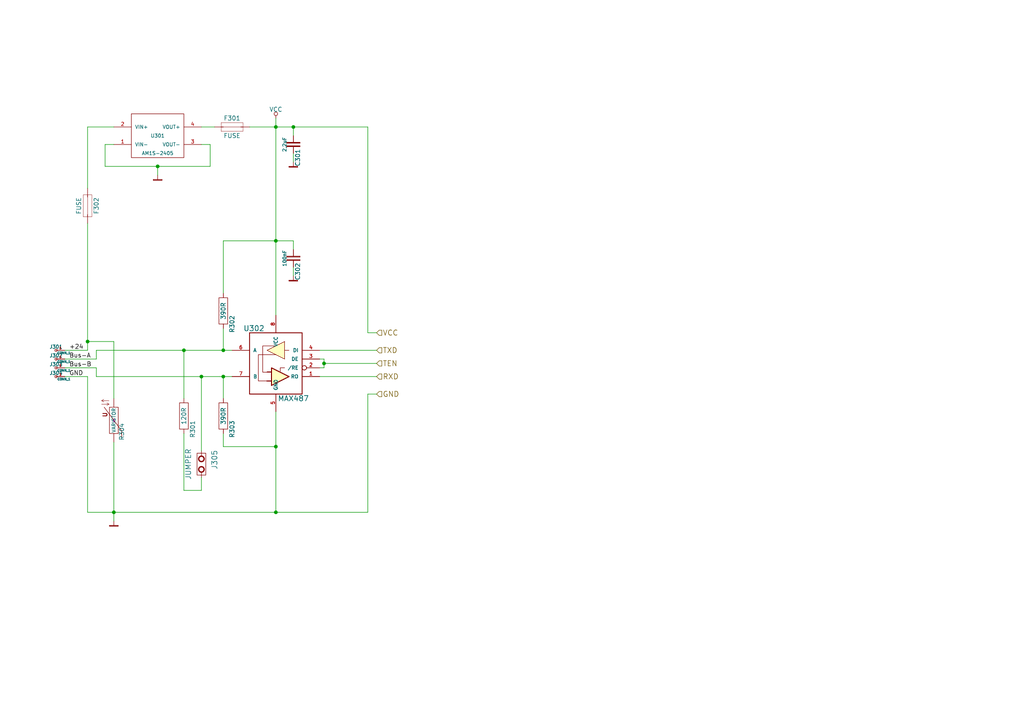
<source format=kicad_sch>
(kicad_sch (version 20211123) (generator eeschema)
  (paper "A4")
  (title_block (date "5 may 2013"))
  (lib_symbols
    (symbol "buscom-rescue:AM1S-2405" (pin_names (offset 1.016))
      (property "Reference" "U" (at 0 0 0))
      (property "Value" "AM1S-2405" (at 0 -5.08 0))
      (symbol "AM1S-2405_1_0"
        (rectangle (start -7.62 -6.35) (end 7.62 6.35))
      )
      (symbol "AM1S-2405_1_1"
        (pin passive line (at -12.7 -2.54 0) (length 5.08) (name "VIN-") (number "1"))
        (pin power_in line (at -12.7 2.54 0) (length 5.08) (name "VIN+") (number "2"))
        (pin passive line (at 12.7 -2.54 180) (length 5.08) (name "VOUT-") (number "3"))
        (pin power_out line (at 12.7 2.54 180) (length 5.08) (name "VOUT+") (number "4"))
      )
    )
    (symbol "buscom-rescue:C" (pin_numbers hide) (pin_names (offset 1.016) hide)
      (property "Reference" "C" (at 1.27 1.27 0))
      (property "Value" "C" (at 0 -2.54 0))
      (symbol "C_0_1"
        (polyline (pts (xy -0.508 -1.905) (xy -0.508 1.905) (xy -0.508 1.905)))
        (polyline (pts (xy -0.381 -1.905) (xy -0.635 -1.905) (xy -0.635 -1.905)))
        (polyline (pts (xy -0.381 1.905) (xy -0.635 1.905) (xy -0.635 1.905)))
        (polyline (pts (xy -0.381 1.905) (xy -0.381 -1.905) (xy -0.381 -1.905)))
        (polyline (pts (xy 0.381 1.905) (xy 0.381 -1.905) (xy 0.381 -1.905)))
        (polyline (pts (xy 0.508 -1.905) (xy 0.508 1.905) (xy 0.508 1.905)))
        (polyline (pts (xy 0.635 -1.905) (xy 0.381 -1.905) (xy 0.381 -1.905)))
        (polyline (pts (xy 0.635 -1.905) (xy 0.635 1.905) (xy 0.635 1.905)))
        (polyline (pts (xy 0.635 1.905) (xy 0.381 1.905) (xy 0.381 1.905)))
        (polyline (pts (xy -0.635 1.905) (xy -0.635 -1.905) (xy -0.635 -1.905) (xy -0.635 -1.905)))
      )
      (symbol "C_1_1"
        (pin input line (at -2.54 0 0) (length 1.905) (name "1") (number "1"))
        (pin input line (at 2.54 0 180) (length 1.905) (name "2") (number "2"))
      )
    )
    (symbol "buscom-rescue:CONN_1" (pin_names (offset 1.016))
      (property "Reference" "J" (at 0 1.905 0))
      (property "Value" "CONN_1" (at 0 -1.905 0))
      (symbol "CONN_1_0_1"
        (circle (center 0 0) (radius 0.3556))
      )
      (symbol "CONN_1_1_1"
        (pin passive line (at -2.54 0 0) (length 2.54) (name "~") (number "1"))
      )
    )
    (symbol "buscom-rescue:FUSE" (pin_numbers hide) (pin_names (offset 1.016) hide)
      (property "Reference" "F" (at 0 2.54 0))
      (property "Value" "FUSE" (at 0 -2.54 0))
      (symbol "FUSE_0_1"
        (rectangle (start -3.175 1.27) (end 3.175 -1.27) (stroke (width 0.0508)))
        (polyline (pts (xy -3.175 0) (xy 3.175 0) (xy 3.175 0)) (stroke (width 0.1016)))
      )
      (symbol "FUSE_1_1"
        (pin input line (at -5.08 0 0) (length 2.54) (name "1") (number "1"))
        (pin input line (at 5.08 0 180) (length 2.54) (name "2") (number "2"))
      )
    )
    (symbol "buscom-rescue:GND" (power) (pin_names (offset 0.254))
      (symbol "GND_0_1"
        (polyline (pts (xy 0 0) (xy 0 -1.27) (xy 0 -1.27)))
        (polyline (pts (xy 1.27 -1.397) (xy -1.27 -1.397) (xy -1.27 -1.397)))
        (polyline (pts (xy 1.27 -1.27) (xy -1.27 -1.27) (xy -1.27 -1.27)))
        (polyline (pts (xy 1.27 -1.27) (xy 1.27 -1.524) (xy -1.27 -1.524) (xy -1.27 -1.27) (xy -1.27 -1.27)))
      )
      (symbol "GND_1_1"
        (pin power_in line (at 0 0 90) (length 0) hide (name "GND") (number "1"))
      )
    )
    (symbol "buscom-rescue:JUMPER" (pin_numbers hide) (pin_names (offset 1.016) hide)
      (property "Reference" "J" (at -0.508 2.54 0))
      (property "Value" "JUMPER" (at 0 -2.54 0))
      (symbol "JUMPER_0_1"
        (rectangle (start -3.175 1.27) (end 3.175 -1.27))
        (circle (center -1.524 0) (radius 0.7874) (stroke (width 0.381)))
        (circle (center 1.524 0) (radius 0.7874) (stroke (width 0.381)))
        (pin passive line (at 3.81 0 180) (length 1.27) (name "2") (number "2"))
      )
      (symbol "JUMPER_1_1"
        (pin passive line (at -3.81 0 0) (length 1.27) (name "1") (number "1"))
      )
    )
    (symbol "buscom-rescue:MAX487" (pin_names (offset 1.016))
      (property "Reference" "U" (at -6.35 10.16 0))
      (property "Value" "MAX487" (at 5.08 -10.16 0))
      (symbol "MAX487_0_1"
        (polyline (pts (xy -2.54 3.81) (xy -3.81 3.81) (xy -3.81 3.81)))
        (polyline (pts (xy 2.54 -5.08) (xy 1.27 -5.08) (xy 1.27 -5.08)))
        (polyline (pts (xy 2.54 -5.08) (xy 1.27 -5.08) (xy 1.27 -5.08)))
        (polyline (pts (xy 2.54 -5.08) (xy 1.27 -5.08) (xy 1.27 -5.08)))
        (polyline (pts (xy 2.54 -5.08) (xy 1.27 -5.08) (xy 1.27 -5.08)))
        (polyline (pts (xy 2.54 -5.08) (xy 1.27 -5.08) (xy 1.27 -5.08)))
        (polyline (pts (xy 2.54 -5.08) (xy 1.27 -5.08) (xy 1.27 -5.08)))
        (polyline (pts (xy 2.54 -5.08) (xy 1.27 -5.08) (xy 1.27 -5.08)))
        (polyline (pts (xy 2.54 -5.08) (xy 1.27 -5.08) (xy 1.27 -5.08)))
        (polyline (pts (xy 2.54 -5.08) (xy 1.27 -5.08) (xy 1.27 -5.08)))
        (polyline (pts (xy 2.54 -5.08) (xy 1.27 -5.08) (xy 1.27 -5.08)))
        (polyline (pts (xy 2.54 -5.08) (xy 1.27 -5.08) (xy 1.27 -5.08)))
        (polyline (pts (xy 2.54 -5.08) (xy 1.27 -5.08) (xy 1.27 -5.08)))
        (polyline (pts (xy 2.54 -5.08) (xy 1.27 -5.08) (xy 1.27 -5.08)))
        (polyline (pts (xy 2.54 -5.08) (xy 1.27 -5.08) (xy 1.27 -5.08)))
        (polyline (pts (xy 2.54 -5.08) (xy 1.27 -5.08) (xy 1.27 -5.08)))
        (polyline (pts (xy 2.54 -5.08) (xy 1.27 -5.08) (xy 1.27 -5.08)))
        (polyline (pts (xy 2.54 -5.08) (xy 1.27 -5.08) (xy 1.27 -5.08)))
        (polyline (pts (xy 2.54 -5.08) (xy 1.27 -5.08) (xy 1.27 -5.08)))
        (polyline (pts (xy 2.54 -5.08) (xy 1.27 -5.08) (xy 1.27 -5.08)))
        (polyline (pts (xy 2.54 -5.08) (xy 1.27 -5.08) (xy 1.27 -5.08)))
        (polyline (pts (xy 2.54 -5.08) (xy 1.27 -5.08) (xy 1.27 -5.08)))
        (polyline (pts (xy 2.54 -5.08) (xy 1.27 -5.08) (xy 1.27 -5.08)))
        (polyline (pts (xy 2.54 -5.08) (xy 1.27 -5.08) (xy 1.27 -5.08)))
        (polyline (pts (xy 2.54 -5.08) (xy 1.27 -5.08) (xy 1.27 -5.08)))
        (polyline (pts (xy 2.54 -5.08) (xy 1.27 -5.08) (xy 1.27 -5.08)))
        (polyline (pts (xy 2.54 -5.08) (xy 1.27 -5.08) (xy 1.27 -5.08)))
        (polyline (pts (xy 2.54 -5.08) (xy 1.27 -5.08) (xy 1.27 -5.08)))
        (polyline (pts (xy 2.54 -5.08) (xy 1.27 -5.08) (xy 1.27 -5.08)))
        (polyline (pts (xy 2.54 -5.08) (xy 1.27 -5.08) (xy 1.27 -5.08)))
        (polyline (pts (xy 2.54 -5.08) (xy 1.27 -5.08) (xy 1.27 -5.08)))
        (polyline (pts (xy 2.54 -5.08) (xy 1.27 -5.08) (xy 1.27 -5.08)))
        (polyline (pts (xy 2.54 -5.08) (xy 1.27 -5.08) (xy 1.27 -5.08)))
        (polyline (pts (xy 2.54 -2.54) (xy 1.27 -2.54) (xy 1.27 -2.54)))
        (polyline (pts (xy 2.54 -2.54) (xy 1.27 -2.54) (xy 1.27 -2.54)))
        (polyline (pts (xy 2.54 -2.54) (xy 1.27 -2.54) (xy 1.27 -2.54)))
        (polyline (pts (xy 2.54 -2.54) (xy 1.27 -2.54) (xy 1.27 -2.54)))
        (polyline (pts (xy 2.54 -2.54) (xy 1.27 -2.54) (xy 1.27 -2.54)))
        (polyline (pts (xy 2.54 -2.54) (xy 1.27 -2.54) (xy 1.27 -2.54)))
        (polyline (pts (xy 2.54 -2.54) (xy 1.27 -2.54) (xy 1.27 -2.54)))
        (polyline (pts (xy 2.54 -2.54) (xy 1.27 -2.54) (xy 1.27 -2.54)))
        (polyline (pts (xy 2.54 -2.54) (xy 1.27 -2.54) (xy 1.27 -2.54)))
        (polyline (pts (xy 2.54 -2.54) (xy 1.27 -2.54) (xy 1.27 -2.54)))
        (polyline (pts (xy 2.54 -2.54) (xy 1.27 -2.54) (xy 1.27 -2.54)))
        (polyline (pts (xy 2.54 -2.54) (xy 1.27 -2.54) (xy 1.27 -2.54)))
        (polyline (pts (xy 2.54 -2.54) (xy 1.27 -2.54) (xy 1.27 -2.54)))
        (polyline (pts (xy 2.54 -2.54) (xy 1.27 -2.54) (xy 1.27 -2.54)))
        (polyline (pts (xy 2.54 -2.54) (xy 1.27 -2.54) (xy 1.27 -2.54)))
        (polyline (pts (xy 2.54 -2.54) (xy 1.27 -2.54) (xy 1.27 -2.54)))
        (polyline (pts (xy 2.54 -2.54) (xy 1.27 -2.54) (xy 1.27 -2.54)))
        (polyline (pts (xy 2.54 -2.54) (xy 1.27 -2.54) (xy 1.27 -2.54)))
        (polyline (pts (xy 2.54 -2.54) (xy 1.27 -2.54) (xy 1.27 -2.54)))
        (polyline (pts (xy 2.54 -2.54) (xy 1.27 -2.54) (xy 1.27 -2.54)))
        (polyline (pts (xy 2.54 -2.54) (xy 1.27 -2.54) (xy 1.27 -2.54)))
        (polyline (pts (xy 2.54 -2.54) (xy 1.27 -2.54) (xy 1.27 -2.54)))
        (polyline (pts (xy 2.54 -2.54) (xy 1.27 -2.54) (xy 1.27 -2.54)))
        (polyline (pts (xy 2.54 -2.54) (xy 1.27 -2.54) (xy 1.27 -2.54)))
        (polyline (pts (xy 2.54 -2.54) (xy 1.27 -2.54) (xy 1.27 -2.54)))
        (polyline (pts (xy 2.54 -2.54) (xy 1.27 -2.54) (xy 1.27 -2.54)))
        (polyline (pts (xy 2.54 -2.54) (xy 1.27 -2.54) (xy 1.27 -2.54)))
        (polyline (pts (xy 2.54 -2.54) (xy 1.27 -2.54) (xy 1.27 -2.54)))
        (polyline (pts (xy 2.54 -2.54) (xy 1.27 -2.54) (xy 1.27 -2.54)))
        (polyline (pts (xy 2.54 -2.54) (xy 1.27 -2.54) (xy 1.27 -2.54)))
        (polyline (pts (xy 2.54 -2.54) (xy 1.27 -2.54) (xy 1.27 -2.54)))
        (polyline (pts (xy 2.54 -2.54) (xy 1.27 -2.54) (xy 1.27 -2.54)))
        (polyline (pts (xy -1.27 -2.54) (xy -1.27 -1.27) (xy -2.54 -1.27) (xy -2.54 -1.27)))
        (polyline (pts (xy -2.54 6.35) (xy 2.54 3.81) (xy -2.54 1.27) (xy -2.54 6.35) (xy -2.54 6.35)) (fill (type background)))
        (polyline (pts (xy 0 2.54) (xy 5.08 2.54) (xy 5.08 -5.08) (xy 2.54 -5.08) (xy 2.54 -5.08)))
        (polyline (pts (xy 0 5.08) (xy 3.81 5.08) (xy 3.81 -2.54) (xy 2.54 -2.54) (xy 2.54 -2.54)))
        (polyline (pts (xy 1.27 -1.27) (xy 1.27 -6.35) (xy -3.81 -3.81) (xy 1.27 -1.27) (xy 1.27 -1.27)) (fill (type background)))
        (polyline (pts (xy 1.27 -1.27) (xy 1.27 -6.35) (xy -3.81 -3.81) (xy 1.27 -1.27) (xy 1.27 -1.27)) (fill (type background)))
        (polyline (pts (xy 1.27 -1.27) (xy 1.27 -6.35) (xy -3.81 -3.81) (xy 1.27 -1.27) (xy 1.27 -1.27)) (fill (type background)))
        (polyline (pts (xy 1.27 -1.27) (xy 1.27 -6.35) (xy -3.81 -3.81) (xy 1.27 -1.27) (xy 1.27 -1.27)) (fill (type background)))
        (polyline (pts (xy 1.27 -1.27) (xy 1.27 -6.35) (xy -3.81 -3.81) (xy 1.27 -1.27) (xy 1.27 -1.27)) (fill (type background)))
        (polyline (pts (xy 1.27 -1.27) (xy 1.27 -6.35) (xy -3.81 -3.81) (xy 1.27 -1.27) (xy 1.27 -1.27)) (fill (type background)))
        (polyline (pts (xy 1.27 -1.27) (xy 1.27 -6.35) (xy -3.81 -3.81) (xy 1.27 -1.27) (xy 1.27 -1.27)) (fill (type background)))
        (polyline (pts (xy 1.27 -1.27) (xy 1.27 -6.35) (xy -3.81 -3.81) (xy 1.27 -1.27) (xy 1.27 -1.27)) (fill (type background)))
        (polyline (pts (xy 1.27 -1.27) (xy 1.27 -6.35) (xy -3.81 -3.81) (xy 1.27 -1.27) (xy 1.27 -1.27)) (fill (type background)))
        (polyline (pts (xy 1.27 -1.27) (xy 1.27 -6.35) (xy -3.81 -3.81) (xy 1.27 -1.27) (xy 1.27 -1.27)) (fill (type background)))
        (polyline (pts (xy 1.27 -1.27) (xy 1.27 -6.35) (xy -3.81 -3.81) (xy 1.27 -1.27) (xy 1.27 -1.27)) (fill (type background)))
        (polyline (pts (xy 1.27 -1.27) (xy 1.27 -6.35) (xy -3.81 -3.81) (xy 1.27 -1.27) (xy 1.27 -1.27)) (fill (type background)))
        (polyline (pts (xy 1.27 -1.27) (xy 1.27 -6.35) (xy -3.81 -3.81) (xy 1.27 -1.27) (xy 1.27 -1.27)) (fill (type background)))
        (polyline (pts (xy 1.27 -1.27) (xy 1.27 -6.35) (xy -3.81 -3.81) (xy 1.27 -1.27) (xy 1.27 -1.27)) (fill (type background)))
        (polyline (pts (xy 1.27 -1.27) (xy 1.27 -6.35) (xy -3.81 -3.81) (xy 1.27 -1.27) (xy 1.27 -1.27)) (fill (type background)))
        (polyline (pts (xy 1.27 -1.27) (xy 1.27 -6.35) (xy -3.81 -3.81) (xy 1.27 -1.27) (xy 1.27 -1.27)) (fill (type background)))
        (polyline (pts (xy 1.27 -1.27) (xy 1.27 -6.35) (xy -3.81 -3.81) (xy 1.27 -1.27) (xy 1.27 -1.27)) (fill (type background)))
        (polyline (pts (xy 1.27 -1.27) (xy 1.27 -6.35) (xy -3.81 -3.81) (xy 1.27 -1.27) (xy 1.27 -1.27)) (fill (type background)))
        (polyline (pts (xy 1.27 -1.27) (xy 1.27 -6.35) (xy -3.81 -3.81) (xy 1.27 -1.27) (xy 1.27 -1.27)) (fill (type background)))
        (polyline (pts (xy 1.27 -1.27) (xy 1.27 -6.35) (xy -3.81 -3.81) (xy 1.27 -1.27) (xy 1.27 -1.27)) (fill (type background)))
        (polyline (pts (xy 1.27 -1.27) (xy 1.27 -6.35) (xy -3.81 -3.81) (xy 1.27 -1.27) (xy 1.27 -1.27)) (fill (type background)))
        (polyline (pts (xy 1.27 -1.27) (xy 1.27 -6.35) (xy -3.81 -3.81) (xy 1.27 -1.27) (xy 1.27 -1.27)) (fill (type background)))
        (polyline (pts (xy 1.27 -1.27) (xy 1.27 -6.35) (xy -3.81 -3.81) (xy 1.27 -1.27) (xy 1.27 -1.27)) (fill (type background)))
        (polyline (pts (xy 1.27 -1.27) (xy 1.27 -6.35) (xy -3.81 -3.81) (xy 1.27 -1.27) (xy 1.27 -1.27)) (fill (type background)))
        (polyline (pts (xy 1.27 -1.27) (xy 1.27 -6.35) (xy -3.81 -3.81) (xy 1.27 -1.27) (xy 1.27 -1.27)) (fill (type background)))
        (polyline (pts (xy 1.27 -1.27) (xy 1.27 -6.35) (xy -3.81 -3.81) (xy 1.27 -1.27) (xy 1.27 -1.27)) (fill (type background)))
        (polyline (pts (xy 1.27 -1.27) (xy 1.27 -6.35) (xy -3.81 -3.81) (xy 1.27 -1.27) (xy 1.27 -1.27)) (fill (type background)))
        (polyline (pts (xy 1.27 -1.27) (xy 1.27 -6.35) (xy -3.81 -3.81) (xy 1.27 -1.27) (xy 1.27 -1.27)) (fill (type background)))
        (polyline (pts (xy 1.27 -1.27) (xy 1.27 -6.35) (xy -3.81 -3.81) (xy 1.27 -1.27) (xy 1.27 -1.27)) (fill (type background)))
        (polyline (pts (xy 1.27 -1.27) (xy 1.27 -6.35) (xy -3.81 -3.81) (xy 1.27 -1.27) (xy 1.27 -1.27)) (fill (type background)))
        (polyline (pts (xy 1.27 -1.27) (xy 1.27 -6.35) (xy -3.81 -3.81) (xy 1.27 -1.27) (xy 1.27 -1.27)) (fill (type background)))
        (polyline (pts (xy 1.27 -1.27) (xy 1.27 -6.35) (xy -3.81 -3.81) (xy 1.27 -1.27) (xy 1.27 -1.27)) (fill (type background)))
        (rectangle (start 7.62 8.89) (end -7.62 -8.89) (stroke (width 0.254)))
        (pin output line (at -12.7 -3.81 0) (length 5.08) (name "RO") (number "1"))
      )
      (symbol "MAX487_1_1"
        (pin input inverted (at -12.7 -1.27 0) (length 5.08) (name "/RE") (number "2"))
        (pin input line (at -12.7 1.27 0) (length 5.08) (name "DE") (number "3"))
        (pin input line (at -12.7 3.81 0) (length 5.08) (name "DI") (number "4"))
        (pin power_out line (at 0 -13.97 90) (length 5.08) (name "GND") (number "5"))
        (pin bidirectional line (at 12.7 3.81 180) (length 5.08) (name "A") (number "6"))
        (pin bidirectional line (at 12.7 -3.81 180) (length 5.08) (name "B") (number "7"))
        (pin power_in line (at 0 13.97 270) (length 5.08) (name "VCC") (number "8"))
      )
    )
    (symbol "buscom-rescue:R" (pin_numbers hide) (pin_names (offset 1.016) hide)
      (property "Reference" "R" (at -1.27 -2.54 0))
      (property "Value" "R" (at -0.635 0 0))
      (symbol "R_0_1"
        (rectangle (start -3.81 1.27) (end 3.81 -1.27))
      )
      (symbol "R_1_1"
        (pin passive line (at -5.08 0 0) (length 1.27) (name "1") (number "1"))
        (pin passive line (at 5.08 0 180) (length 1.27) (name "2") (number "2"))
      )
    )
    (symbol "buscom-rescue:VCC" (power) (pin_names (offset 0))
      (property "Value" "VCC" (at 0 2.54 0))
      (symbol "VCC_0_0"
        (pin power_in line (at 0 0 90) (length 0) hide (name "VCC") (number "1"))
      )
      (symbol "VCC_0_1"
        (polyline (pts (xy 0 0) (xy 0 0.762) (xy 0 0.762)))
        (circle (center 0 1.27) (radius 0.508))
      )
    )
    (symbol "resistors:R_VAR" (pin_numbers hide) (pin_names (offset 1.016) hide)
      (property "Reference" "R" (at -1.27 -2.413 0))
      (property "Value" "R_VAR" (at -3.429 4.572 0))
      (symbol "R_VAR_0_0"
        (text "U" (at 1.651 2.54 0) (effects (font (size 1.1938 1.1938) bold)))
      )
      (symbol "R_VAR_0_1"
        (rectangle (start -3.81 1.27) (end 3.81 -1.27) (stroke (width 0.1524)))
        (polyline (pts (xy 4.699 1.397) (xy 4.318 2.032)) (stroke (width 0.1016)))
        (polyline (pts (xy 4.699 1.397) (xy 5.08 2.032)) (stroke (width 0.1016)))
        (polyline (pts (xy 4.699 3.556) (xy 4.699 1.397)) (stroke (width 0.1016)))
        (polyline (pts (xy 5.715 3.556) (xy 5.334 2.921)) (stroke (width 0.1016)))
        (polyline (pts (xy 5.715 3.556) (xy 5.715 1.397)) (stroke (width 0.1016)))
        (polyline (pts (xy 5.715 3.556) (xy 6.096 2.921)) (stroke (width 0.1016)))
        (polyline (pts (xy -4.826 -2.286) (xy -3.048 -2.286) (xy 3.81 2.794)))
      )
      (symbol "R_VAR_1_1"
        (pin input line (at -6.35 0 0) (length 2.54) (name "1") (number "1"))
        (pin input line (at 6.35 0 180) (length 2.54) (name "2") (number "2"))
      )
    )
  )
  (junction (at 64.77 109.22))
  (junction (at 64.77 101.6))
  (junction (at 25.4 99.06))
  (junction (at 80.01 36.83))
  (junction (at 85.09 36.83))
  (junction (at 33.02 148.59))
  (junction (at 53.34 101.6))
  (junction (at 80.01 69.85))
  (junction (at 45.72 48.26))
  (junction (at 80.01 129.54))
  (junction (at 58.42 109.22))
  (junction (at 93.98 105.41))
  (junction (at 80.01 148.59))
  (wire (pts (xy 109.22 114.3) (xy 106.68 114.3)))
  (wire (pts (xy 85.09 46.99) (xy 85.09 44.45)))
  (wire (pts (xy 85.09 36.83) (xy 80.01 36.83)))
  (wire (pts (xy 25.4 99.06) (xy 25.4 64.77)))
  (wire (pts (xy 64.77 101.6) (xy 53.34 101.6)))
  (wire (pts (xy 64.77 129.54) (xy 64.77 125.73)))
  (wire (pts (xy 53.34 125.73) (xy 53.34 142.24)))
  (wire (pts (xy 33.02 115.57) (xy 33.02 99.06)))
  (wire (pts (xy 33.02 148.59) (xy 33.02 128.27)))
  (wire (pts (xy 85.09 72.39) (xy 85.09 69.85)))
  (wire (pts (xy 62.23 36.83) (xy 58.42 36.83)))
  (wire (pts (xy 60.96 48.26) (xy 45.72 48.26)))
  (wire (pts (xy 45.72 50.8) (xy 45.72 48.26)))
  (wire (pts (xy 33.02 99.06) (xy 25.4 99.06)))
  (wire (pts (xy 92.71 104.14) (xy 93.98 104.14)))
  (wire (pts (xy 27.94 109.22) (xy 27.94 106.68)))
  (wire (pts (xy 93.98 105.41) (xy 93.98 106.68)))
  (wire (pts (xy 64.77 69.85) (xy 80.01 69.85)))
  (wire (pts (xy 60.96 48.26) (xy 60.96 41.91)))
  (wire (pts (xy 106.68 148.59) (xy 80.01 148.59)))
  (wire (pts (xy 109.22 105.41) (xy 93.98 105.41)))
  (wire (pts (xy 53.34 101.6) (xy 53.34 115.57)))
  (wire (pts (xy 58.42 130.81) (xy 58.42 109.22)))
  (wire (pts (xy 80.01 129.54) (xy 64.77 129.54)))
  (wire (pts (xy 18.796 109.22) (xy 25.4 109.22)))
  (wire (pts (xy 58.42 109.22) (xy 27.94 109.22)))
  (wire (pts (xy 85.09 36.83) (xy 85.09 39.37)))
  (wire (pts (xy 80.01 69.85) (xy 85.09 69.85)))
  (wire (pts (xy 93.98 104.14) (xy 93.98 105.41)))
  (wire (pts (xy 80.01 148.59) (xy 33.02 148.59)))
  (wire (pts (xy 93.98 106.68) (xy 92.71 106.68)))
  (wire (pts (xy 64.77 101.6) (xy 64.77 95.25)))
  (wire (pts (xy 27.94 106.68) (xy 18.796 106.68)))
  (wire (pts (xy 33.02 36.83) (xy 25.4 36.83)))
  (wire (pts (xy 18.796 101.6) (xy 25.4 101.6)))
  (wire (pts (xy 64.77 115.57) (xy 64.77 109.22)))
  (wire (pts (xy 33.02 41.91) (xy 30.48 41.91)))
  (wire (pts (xy 80.01 34.29) (xy 80.01 36.83)))
  (wire (pts (xy 25.4 101.6) (xy 25.4 99.06)))
  (wire (pts (xy 109.22 109.22) (xy 92.71 109.22)))
  (wire (pts (xy 64.77 85.09) (xy 64.77 69.85)))
  (wire (pts (xy 60.96 41.91) (xy 58.42 41.91)))
  (wire (pts (xy 67.31 109.22) (xy 64.77 109.22)))
  (wire (pts (xy 80.01 69.85) (xy 80.01 91.44)))
  (wire (pts (xy 58.42 142.24) (xy 58.42 138.43)))
  (wire (pts (xy 106.68 114.3) (xy 106.68 148.59)))
  (wire (pts (xy 25.4 36.83) (xy 25.4 54.61)))
  (wire (pts (xy 92.71 101.6) (xy 109.22 101.6)))
  (wire (pts (xy 53.34 142.24) (xy 58.42 142.24)))
  (wire (pts (xy 106.68 96.52) (xy 106.68 36.83)))
  (wire (pts (xy 85.09 80.01) (xy 85.09 77.47)))
  (wire (pts (xy 80.01 36.83) (xy 80.01 69.85)))
  (wire (pts (xy 45.72 48.26) (xy 30.48 48.26)))
  (wire (pts (xy 25.4 109.22) (xy 25.4 148.59)))
  (wire (pts (xy 33.02 151.13) (xy 33.02 148.59)))
  (wire (pts (xy 18.796 104.14) (xy 27.94 104.14)))
  (wire (pts (xy 80.01 36.83) (xy 72.39 36.83)))
  (wire (pts (xy 106.68 96.52) (xy 109.22 96.52)))
  (wire (pts (xy 30.48 41.91) (xy 30.48 48.26)))
  (wire (pts (xy 80.01 148.59) (xy 80.01 129.54)))
  (wire (pts (xy 106.68 36.83) (xy 85.09 36.83)))
  (wire (pts (xy 67.31 101.6) (xy 64.77 101.6)))
  (wire (pts (xy 27.94 101.6) (xy 27.94 104.14)))
  (wire (pts (xy 64.77 109.22) (xy 58.42 109.22)))
  (wire (pts (xy 33.02 148.59) (xy 25.4 148.59)))
  (wire (pts (xy 53.34 101.6) (xy 27.94 101.6)))
  (wire (pts (xy 80.01 129.54) (xy 80.01 119.38)))
  (label "Bus-A" (at 20.066 104.14 0))
  (label "+24" (at 20.066 101.6 0))
  (label "Bus-B" (at 20.066 106.68 0))
  (label "GND" (at 20.066 109.22 0))
  (hierarchical_label "VCC" (shape input) (at 109.22 96.52 0) (effects (font (size 1.524 1.524))))
  (hierarchical_label "RXD" (shape input) (at 109.22 109.22 0) (effects (font (size 1.524 1.524))))
  (hierarchical_label "TXD" (shape input) (at 109.22 101.6 0) (effects (font (size 1.524 1.524))))
  (hierarchical_label "GND" (shape input) (at 109.22 114.3 0) (effects (font (size 1.524 1.524))))
  (hierarchical_label "TEN" (shape input) (at 109.22 105.41 0) (effects (font (size 1.524 1.524))))
  (symbol (lib_id "buscom-rescue:R") (at 64.77 90.17 270) (unit 1)
    (property "Reference" "R302" (at 67.31 91.44 0) (effects (justify left)))
    (property "Value" "390R" (at 64.77 87.63 0) (effects (justify left)))
  )
  (symbol (lib_id "buscom-rescue:R") (at 64.77 120.65 270) (unit 1)
    (property "Reference" "R303" (at 67.31 121.92 0) (effects (justify left)))
    (property "Value" "390R" (at 64.77 118.11 0) (effects (justify left)))
  )
  (symbol (lib_id "buscom-rescue:MAX487") (at 80.01 105.41 0) (mirror y) (unit 1)
    (property "Reference" "U302" (at 73.66 95.25 0) (effects (font (size 1.524 1.524))))
    (property "Value" "MAX487" (at 85.09 115.57 0) (effects (font (size 1.524 1.524))))
    (property "Footprint" "SSOP28" (effects hide))
  )
  (symbol (lib_id "buscom-rescue:AM1S-2405") (at 45.72 39.37 0) (unit 1)
    (property "Reference" "U301" (at 45.72 39.37 0) (effects (font (size 1.016 1.016))))
    (property "Value" "AM1S-2405" (at 45.72 44.45 0) (effects (font (size 1.016 1.016))))
    (property "Footprint" "MODULE" (effects hide))
    (property "Datasheet" "DOCUMENTATION" (effects hide))
  )
  (symbol (lib_id "buscom-rescue:JUMPER") (at 58.42 134.62 270) (unit 1)
    (property "Reference" "J305" (at 62.23 133.35 0) (effects (font (size 1.524 1.524))))
    (property "Value" "JUMPER" (at 54.61 134.62 0) (effects (font (size 1.524 1.524))))
  )
  (symbol (lib_id "buscom-rescue:R") (at 53.34 120.65 270) (unit 1)
    (property "Reference" "R301" (at 55.88 121.92 0) (effects (justify left)))
    (property "Value" "120R" (at 53.34 118.11 0) (effects (justify left)))
  )
  (symbol (lib_id "resistors:R_VAR") (at 33.02 121.92 90) (unit 1)
    (property "Reference" "R304" (at 35.306 125.222 0))
    (property "Value" "VARISTOR" (at 33.02 121.92 0) (effects (font (size 1.016 1.016))))
    (property "Footprint" "~" (at 33.02 121.92 0) (effects (font (size 1.524 1.524))))
    (property "Datasheet" "~" (at 33.02 121.92 0) (effects (font (size 1.524 1.524))))
  )
  (symbol (lib_id "buscom-rescue:CONN_1") (at 16.256 109.22 0) (mirror y) (unit 1)
    (property "Reference" "J304" (at 16.256 108.204 0) (effects (font (size 1.016 1.016))))
    (property "Value" "CONN_1" (at 18.542 109.982 0) (effects (font (size 0.635 0.635))))
  )
  (symbol (lib_id "buscom-rescue:CONN_1") (at 16.256 106.68 0) (mirror y) (unit 1)
    (property "Reference" "J303" (at 16.256 105.664 0) (effects (font (size 1.016 1.016))))
    (property "Value" "CONN_1" (at 18.542 107.442 0) (effects (font (size 0.635 0.635))))
  )
  (symbol (lib_id "buscom-rescue:CONN_1") (at 16.256 104.14 0) (mirror y) (unit 1)
    (property "Reference" "J302" (at 16.256 103.124 0) (effects (font (size 1.016 1.016))))
    (property "Value" "CONN_1" (at 18.542 104.902 0) (effects (font (size 0.635 0.635))))
  )
  (symbol (lib_id "buscom-rescue:CONN_1") (at 16.256 101.6 0) (mirror y) (unit 1)
    (property "Reference" "J301" (at 16.256 100.584 0) (effects (font (size 1.016 1.016))))
    (property "Value" "CONN_1" (at 18.542 102.362 0) (effects (font (size 0.635 0.635))))
  )
  (symbol (lib_id "buscom-rescue:FUSE") (at 67.31 36.83 0) (unit 1)
    (property "Reference" "F301" (at 67.31 34.29 0))
    (property "Value" "FUSE" (at 67.31 39.37 0))
  )
  (symbol (lib_id "buscom-rescue:FUSE") (at 25.4 59.69 270) (unit 1)
    (property "Reference" "F302" (at 27.94 59.69 0))
    (property "Value" "FUSE" (at 22.86 59.69 0))
  )
  (symbol (lib_id "buscom-rescue:GND") (at 45.72 50.8 0) (unit 1)
    (property "Reference" "#PWR08" (effects hide))
    (property "Value" "GND" (effects hide))
  )
  (symbol (lib_id "buscom-rescue:GND") (at 33.02 151.13 0) (unit 1)
    (property "Reference" "#PWR07" (effects hide))
    (property "Value" "GND" (effects hide))
  )
  (symbol (lib_id "buscom-rescue:VCC") (at 80.01 34.29 0) (unit 1)
    (property "Reference" "#PWR06" (effects hide))
    (property "Value" "VCC" (at 80.01 31.75 0))
  )
  (symbol (lib_id "buscom-rescue:C") (at 85.09 74.93 270) (unit 1)
    (property "Reference" "C302" (at 86.36 76.2 0) (effects (justify left)))
    (property "Value" "100nF" (at 82.55 74.93 0) (effects (font (size 1.016 1.016))))
  )
  (symbol (lib_id "buscom-rescue:C") (at 85.09 41.91 270) (unit 1)
    (property "Reference" "C301" (at 86.36 43.18 0) (effects (justify left)))
    (property "Value" "2,2uF" (at 82.55 41.91 0) (effects (font (size 1.016 1.016))))
  )
  (symbol (lib_id "buscom-rescue:GND") (at 85.09 46.99 0) (unit 1)
    (property "Reference" "#PWR05" (effects hide))
    (property "Value" "GND" (effects hide))
  )
  (symbol (lib_id "buscom-rescue:GND") (at 85.09 80.01 0) (unit 1)
    (property "Reference" "#PWR04" (effects hide))
    (property "Value" "GND" (effects hide))
  )
)
</source>
